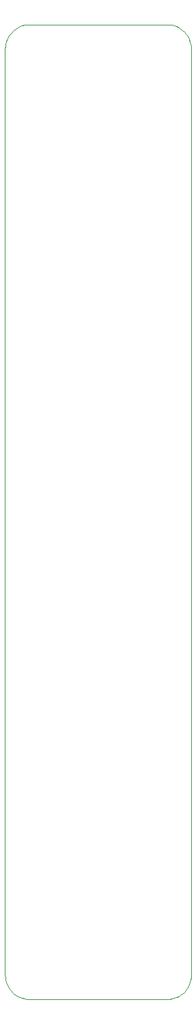
<source format=gbr>
G04 #@! TF.GenerationSoftware,KiCad,Pcbnew,(5.1.9)-1*
G04 #@! TF.CreationDate,2021-02-24T14:06:18-05:00*
G04 #@! TF.ProjectId,feather_multi_oled,66656174-6865-4725-9f6d-756c74695f6f,0.1a*
G04 #@! TF.SameCoordinates,Original*
G04 #@! TF.FileFunction,Profile,NP*
%FSLAX46Y46*%
G04 Gerber Fmt 4.6, Leading zero omitted, Abs format (unit mm)*
G04 Created by KiCad (PCBNEW (5.1.9)-1) date 2021-02-24 14:06:18*
%MOMM*%
%LPD*%
G01*
G04 APERTURE LIST*
G04 #@! TA.AperFunction,Profile*
%ADD10C,0.100000*%
G04 #@! TD*
G04 APERTURE END LIST*
D10*
X119587910Y-46570011D02*
X119437640Y-46322660D01*
X119437640Y-46322660D02*
X119264940Y-46091741D01*
X119264940Y-46091741D02*
X119071340Y-45878661D01*
X119071340Y-45878661D02*
X118858260Y-45685061D01*
X118858260Y-45685061D02*
X118627370Y-45512360D01*
X118627370Y-45512360D02*
X118379990Y-45362091D01*
X99643270Y-45015500D02*
X99345390Y-45060970D01*
X97084890Y-47107910D02*
X97010970Y-47395391D01*
X97312090Y-46570011D02*
X97185780Y-46832281D01*
X118379990Y-45362091D02*
X118117760Y-45235780D01*
X98272630Y-45512360D02*
X98041740Y-45685061D01*
X96950000Y-48000000D02*
X96950000Y-48000000D01*
X99345390Y-45060970D02*
X99057880Y-45134890D01*
X98520010Y-45362091D02*
X98272630Y-45512360D01*
X117554610Y-45060970D02*
X117256730Y-45015500D01*
X97185780Y-46832281D02*
X97084890Y-47107910D01*
X99057880Y-45134890D02*
X98782240Y-45235780D01*
X97635060Y-46091741D02*
X97462360Y-46322660D01*
X116950000Y-45000000D02*
X99950000Y-45000000D01*
X117256730Y-45015500D02*
X116950000Y-45000000D01*
X117842120Y-45134890D02*
X117554610Y-45060970D01*
X98782240Y-45235780D02*
X98520010Y-45362091D01*
X96965500Y-47693270D02*
X96950000Y-48000000D01*
X97462360Y-46322660D02*
X97312090Y-46570011D01*
X97828660Y-45878661D02*
X97635060Y-46091741D01*
X118117760Y-45235780D02*
X117842120Y-45134890D01*
X99950000Y-45000000D02*
X99643270Y-45015500D01*
X98041740Y-45685061D02*
X97828660Y-45878661D01*
X97010970Y-47395391D02*
X96965500Y-47693270D01*
X98520010Y-164637910D02*
X98782240Y-164764220D01*
X98041740Y-164314940D02*
X98272630Y-164487640D01*
X97635060Y-163908261D02*
X97828660Y-164121340D01*
X119950000Y-48000000D02*
X119934500Y-47693270D01*
X119934500Y-162306730D02*
X119950000Y-162000000D01*
X119815110Y-162892120D02*
X119889030Y-162604611D01*
X119714220Y-163167760D02*
X119815110Y-162892120D01*
X116950000Y-165000000D02*
X117256730Y-164984500D01*
X99345390Y-164939030D02*
X99643270Y-164984500D01*
X98782240Y-164764220D02*
X99057880Y-164865110D01*
X97828660Y-164121340D02*
X98041740Y-164314940D01*
X96950000Y-162000000D02*
X96965500Y-162306730D01*
X119587910Y-163429990D02*
X119714220Y-163167760D01*
X117256730Y-164984500D02*
X117554610Y-164939030D01*
X119437640Y-163677370D02*
X119587910Y-163429990D01*
X119264940Y-163908261D02*
X119437640Y-163677370D01*
X118627370Y-164487640D02*
X118858260Y-164314940D01*
X97462360Y-163677370D02*
X97635060Y-163908261D01*
X118379990Y-164637910D02*
X118627370Y-164487640D01*
X97010970Y-162604611D02*
X97084890Y-162892120D01*
X99643270Y-164984500D02*
X99950000Y-165000000D01*
X118117760Y-164764220D02*
X118379990Y-164637910D01*
X117554610Y-164939030D02*
X117842120Y-164865110D01*
X97185780Y-163167760D02*
X97312090Y-163429990D01*
X96965500Y-162306730D02*
X97010970Y-162604611D01*
X119889030Y-162604611D02*
X119934500Y-162306730D01*
X117842120Y-164865110D02*
X118117760Y-164764220D01*
X98272630Y-164487640D02*
X98520010Y-164637910D01*
X96950000Y-48000000D02*
X96950000Y-162000000D01*
X119950000Y-162000000D02*
X119950000Y-48000000D01*
X118858260Y-164314940D02*
X119071340Y-164121340D01*
X97312090Y-163429990D02*
X97462360Y-163677370D01*
X99057880Y-164865110D02*
X99345390Y-164939030D01*
X97084890Y-162892120D02*
X97185780Y-163167760D01*
X119714220Y-46832281D02*
X119587910Y-46570011D01*
X119815110Y-47107910D02*
X119714220Y-46832281D01*
X119889030Y-47395391D02*
X119815110Y-47107910D01*
X119934500Y-47693270D02*
X119889030Y-47395391D01*
X119071340Y-164121340D02*
X119264940Y-163908261D01*
X99950000Y-165000000D02*
X116950000Y-165000000D01*
M02*

</source>
